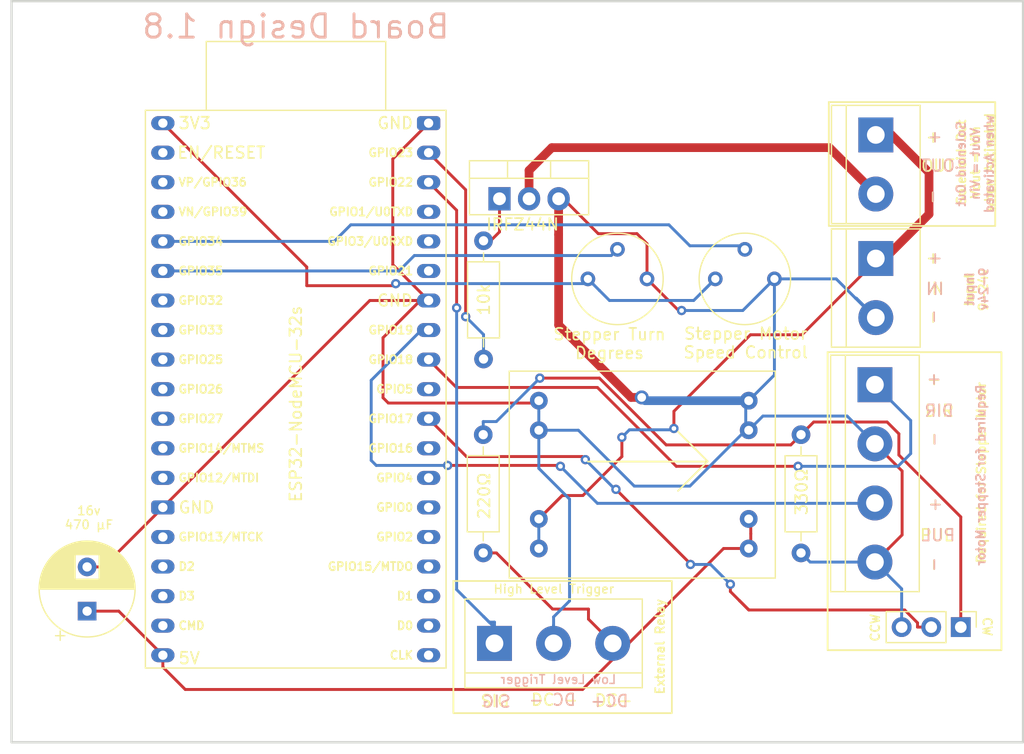
<source format=kicad_pcb>
(kicad_pcb (version 20211014) (generator pcbnew)
  (layers (0 "F.Cu" signal) (31 "B.Cu" signal) (34 "B.Paste" user) (35 "F.Paste" user) (36 "B.SilkS" user "B.Silkscreen") (37 "F.SilkS" user "F.Silkscreen") (38 "B.Mask" user) (39 "F.Mask" user) (44 "Edge.Cuts" user))
  (net 0 "")
  (net 1 "VCC")
  (net 2 "GND")
  (net 3 "DIR")
  (net 4 "PUL")
  (net 5 "+5V")
  (net 6 "Net-(Q1-Pad1)")
  (net 7 "MOSFET_GND")
  (net 8 "SPEED_POT")
  (net 12 "ANGLE_POT")
  (net 31 "Net-(SW1-Pad2)")
  (net 36 "lowActivationPin")
  (net 38 "+3V3")
  (net 39 "highActivationPin")
  (net 40 "Net-(R3-Pad2)")
  (footprint "Capacitor_THT:CP_Radial_D8.0mm_P3.80mm" (layer "F.Cu") (at 65.8876 102.8947 90)
    (fp_text reference "C1" hide)
    (fp_text value "C_Polarized_Small_US")
    (pad "1" thru_hole rect (at 0 0 90) (size 1.6 1.6) (drill 0.8) (layers *.Cu *.Mask) (net 5 "+5V"))
    (pad "2" thru_hole circle (at 3.8 0 90) (size 1.6 1.6) (drill 0.8) (layers *.Cu *.Mask) (net 2 "GND"))
  )
  (footprint "TerminalBlock:TerminalBlock_bornier-3_P5.08mm" (layer "F.Cu") (at 100.8888 105.664)
    (fp_text reference "J5" hide)
    (fp_text value "Screw_Terminal_01x03")
    (pad "1" thru_hole rect (at 0 0) (size 3 3) (drill 1.52) (layers *.Cu *.Mask) (net 36 "lowActivationPin"))
    (pad "2" thru_hole circle (at 5.08 0) (size 3 3) (drill 1.52) (layers *.Cu *.Mask) (net 2 "GND"))
    (pad "3" thru_hole circle (at 10.16 0) (size 3 3) (drill 1.52) (layers *.Cu *.Mask) (net 5 "+5V"))
  )
  (footprint "Package_TO_SOT_THT:TO-220-3_Vertical" (layer "F.Cu") (at 101.3206 67.4624)
    (fp_text reference "Q1" hide)
    (fp_text value "IRFZ44N" (at 1.9812 2.2046) (layer "F.SilkS"))
    (pad "1" thru_hole rect (at 0 0) (size 1.905 2) (drill 1.1) (layers *.Cu *.Mask) (net 6 "Net-(Q1-Pad1)"))
    (pad "2" thru_hole oval (at 2.54 0) (size 1.905 2) (drill 1.1) (layers *.Cu *.Mask) (net 7 "MOSFET_GND"))
    (pad "3" thru_hole oval (at 5.08 0) (size 1.905 2) (drill 1.1) (layers *.Cu *.Mask) (net 2 "GND"))
  )
  (footprint "Converter_DCDC:DCDC_Generic-5v" (layer "F.Cu") (at 114.8588 92.4306)
    (fp_text reference "U2" hide)
    (fp_text value "Generic_5v_Module")
    (pad "1" thru_hole circle (at -10.16 -5.08) (size 1.524 1.524) (drill 0.762) (layers *.Cu *.Mask) (net 2 "GND"))
    (pad "1" thru_hole circle (at -10.16 -7.62) (size 1.524 1.524) (drill 0.762) (layers *.Cu *.Mask) (net 2 "GND"))
    (pad "2" thru_hole circle (at -10.16 2.54) (size 1.524 1.524) (drill 0.762) (layers *.Cu *.Mask) (net 1 "VCC"))
    (pad "2" thru_hole circle (at -10.16 5.08) (size 1.524 1.524) (drill 0.762) (layers *.Cu *.Mask) (net 1 "VCC"))
    (pad "3" thru_hole circle (at 7.874 -5.08) (size 1.524 1.524) (drill 0.762) (layers *.Cu *.Mask) (net 2 "GND"))
    (pad "3" thru_hole circle (at 7.874 -7.62) (size 1.524 1.524) (drill 0.762) (layers *.Cu *.Mask) (net 2 "GND"))
    (pad "4" thru_hole circle (at 7.874 2.54) (size 1.524 1.524) (drill 0.762) (layers *.Cu *.Mask) (net 5 "+5V"))
    (pad "4" thru_hole circle (at 7.874 5.08) (size 1.524 1.524) (drill 0.762) (layers *.Cu *.Mask) (net 5 "+5V"))
  )
  (footprint "TerminalBlock:TerminalBlock_bornier-2_P5.08mm" (layer "F.Cu") (at 133.6548 72.5932 -90)
    (fp_text reference "J2" hide)
    (fp_text value "Screw_Terminal_01x02" hide)
    (pad "1" thru_hole rect (at 0 0 270) (size 3 3) (drill 1.52) (layers *.Cu *.Mask) (net 1 "VCC"))
    (pad "2" thru_hole circle (at 5.08 0 270) (size 3 3) (drill 1.52) (layers *.Cu *.Mask) (net 2 "GND"))
  )
  (footprint "MountingHole:MountingHole_3.2mm_M3" (layer "F.Cu") (at 63.5508 54.9656)
    (fp_text reference "H2" hide)
    (fp_text value "MountingHole")
    (pad "" np_thru_hole circle (at 0 0) (size 3.2 3.2) (drill 3.2) (layers *.Cu *.Mask))
  )
  (footprint "Resistor_THT:R_Axial_DIN0207_L6.3mm_D2.5mm_P10.16mm_Horizontal" (layer "F.Cu") (at 127.2286 87.7316 -90)
    (fp_text reference "R4" hide)
    (fp_text value "330Ω" (at 4.9022 -0.0508 90) (layer "F.SilkS"))
    (pad "1" thru_hole circle (at 0 0 270) (size 1.6 1.6) (drill 0.8) (layers *.Cu *.Mask) (net 40 "Net-(R3-Pad2)"))
    (pad "2" thru_hole oval (at 10.16 0 270) (size 1.6 1.6) (drill 0.8) (layers *.Cu *.Mask) (net 2 "GND"))
  )
  (footprint "TerminalBlock:TerminalBlock_bornier-4_P5.08mm" (layer "F.Cu") (at 133.5786 83.439 -90)
    (fp_text reference "J3" hide)
    (fp_text value "Screw_Terminal_01x04")
    (pad "1" thru_hole rect (at 0 0 270) (size 3 3) (drill 1.52) (layers *.Cu *.Mask) (net 3 "DIR"))
    (pad "2" thru_hole circle (at 5.08 0 270) (size 3 3) (drill 1.52) (layers *.Cu *.Mask) (net 2 "GND"))
    (pad "3" thru_hole circle (at 10.16 0 270) (size 3 3) (drill 1.52) (layers *.Cu *.Mask) (net 4 "PUL"))
    (pad "4" thru_hole circle (at 15.24 0 270) (size 3 3) (drill 1.52) (layers *.Cu *.Mask) (net 2 "GND"))
  )
  (footprint "MountingHole:MountingHole_3.2mm_M3" (layer "F.Cu") (at 139.6492 110.0328)
    (fp_text reference "H1" hide)
    (fp_text value "MountingHole")
    (pad "" np_thru_hole circle (at 0 0) (size 3.2 3.2) (drill 3.2) (layers *.Cu *.Mask))
  )
  (footprint "Potentiometer_THT:Potentiometer_Bourns_3339P_Vertical" (layer "F.Cu") (at 108.9152 74.3458 -90)
    (fp_text reference "RV2" hide)
    (fp_text value "R_Potentiometer_Trim_US")
    (pad "1" thru_hole circle (at 0 0 270) (size 1.26 1.26) (drill 0.7) (layers *.Cu *.Mask) (net 38 "+3V3"))
    (pad "2" thru_hole circle (at -2.54 -2.54 270) (size 1.26 1.26) (drill 0.7) (layers *.Cu *.Mask) (net 12 "ANGLE_POT"))
    (pad "3" thru_hole circle (at 0 -5.08 270) (size 1.26 1.26) (drill 0.7) (layers *.Cu *.Mask) (net 2 "GND"))
  )
  (footprint "Potentiometer_THT:Potentiometer_Bourns_3339P_Vertical" (layer "F.Cu") (at 119.8626 74.3458 -90)
    (fp_text reference "RV1" hide)
    (fp_text value "R_Potentiometer_Trim_US" hide)
    (pad "1" thru_hole circle (at 0 0 270) (size 1.26 1.26) (drill 0.7) (layers *.Cu *.Mask) (net 38 "+3V3"))
    (pad "2" thru_hole circle (at -2.54 -2.54 270) (size 1.26 1.26) (drill 0.7) (layers *.Cu *.Mask) (net 8 "SPEED_POT"))
    (pad "3" thru_hole circle (at 0 -5.08 270) (size 1.26 1.26) (drill 0.7) (layers *.Cu *.Mask) (net 2 "GND"))
  )
  (footprint "ESP32_modules:NodeMCU-32S" (layer "F.Cu") (at 71.12 60.96)
    (fp_text reference "U1" hide)
    (fp_text value "ESP32-NodeMCU-32s" (at 12.70368 24.13272 90) (layer "F.SilkS"))
    (fp_text user "GPIO15/MTDO" (at 22.86 38.1 unlocked) (layer "F.SilkS") (effects (font (size 0.7 0.7)) (justify right)))
    (fp_text user "GPIO33" (at 2.54 17.78 unlocked) (layer "F.SilkS") (effects (font (size 0.7 0.7)) (justify left)))
    (fp_text user "GPIO5" (at 22.86 22.86 unlocked) (layer "F.SilkS") (effects (font (size 0.7 0.7)) (justify right)))
    (fp_text user "GPIO4" (at 22.86 30.48272 unlocked) (layer "F.SilkS") (effects (font (size 0.7 0.7)) (justify right)))
    (fp_text user "VP/GPIO36" (at 2.54 5.08 unlocked) (layer "F.SilkS") (effects (font (size 0.7 0.7)) (justify left)))
    (fp_text user "GPIO12/MTDI" (at 2.54 30.48 unlocked) (layer "F.SilkS") (effects (font (size 0.7 0.7)) (justify left)))
    (fp_text user "GPIO23" (at 22.86 2.54272 unlocked) (layer "F.SilkS") (effects (font (size 0.7 0.7)) (justify right)))
    (fp_text user "GPIO17" (at 22.86 25.4 unlocked) (layer "F.SilkS") (effects (font (size 0.7 0.7)) (justify right)))
    (fp_text user "GPIO16" (at 22.86 27.94 unlocked) (layer "F.SilkS") (effects (font (size 0.7 0.7)) (justify right)))
    (fp_text user "GPIO26" (at 2.54 22.86272 unlocked) (layer "F.SilkS") (effects (font (size 0.7 0.7)) (justify left)))
    (fp_text user "EN/RESET" (at 10.16 2.54 unlocked) (layer "F.SilkS") (effects (justify right)))
    (fp_text user "GND" (at 22.84 15.24272 unlocked) (layer "F.SilkS") (effects (justify right)))
    (fp_text user "3V3" (at 2.54 0 unlocked) (layer "F.SilkS") (effects (justify left)))
    (fp_text user "GPIO0" (at 22.86 33.02272 unlocked) (layer "F.SilkS") (effects (font (size 0.7 0.7)) (justify right)))
    (fp_text user "5V" (at 2.54 45.974 unlocked) (layer "F.SilkS") (effects (justify left)))
    (fp_text user "GPIO22" (at 22.86 5.08272 unlocked) (layer "F.SilkS") (effects (font (size 0.7 0.7)) (justify right)))
    (fp_text user "CMD" (at 2.54 43.18 unlocked) (layer "F.SilkS") (effects (font (size 0.7 0.7)) (justify left)))
    (fp_text user "D1" (at 22.86 40.64 unlocked) (layer "F.SilkS") (effects (font (size 0.7 0.7)) (justify right)))
    (fp_text user "GPIO14/MTMS" (at 2.54 27.94272 unlocked) (layer "F.SilkS") (effects (font (size 0.7 0.7)) (justify left)))
    (fp_text user "CLK" (at 22.86 45.72 unlocked) (layer "F.SilkS") (effects (font (size 0.7 0.7)) (justify right)))
    (fp_text user "GPIO2" (at 22.86 35.56272 unlocked) (layer "F.SilkS") (effects (font (size 0.7 0.7)) (justify right)))
    (fp_text user "GPIO34" (at 2.54 10.16 unlocked) (layer "F.SilkS") (effects (font (size 0.7 0.7)) (justify left)))
    (fp_text user "GPIO25" (at 2.54 20.32 unlocked) (layer "F.SilkS") (effects (font (size 0.7 0.7)) (justify left)))
    (fp_text user "GPIO18" (at 22.86 20.32272 unlocked) (layer "F.SilkS") (effects (font (size 0.7 0.7)) (justify right)))
    (fp_text user "D2" (at 2.54 38.1 unlocked) (layer "F.SilkS") (effects (font (size 0.7 0.7)) (justify left)))
    (fp_text user "GND" (at 2.5454 33.02272 unlocked) (layer "F.SilkS") (effects (justify left)))
    (fp_text user "VN/GPIO39" (at 2.54 7.62 unlocked) (layer "F.SilkS") (effects (font (size 0.7 0.7)) (justify left)))
    (fp_text user "GPIO3/U0RXD" (at 22.86 10.16 unlocked) (layer "F.SilkS") (effects (font (size 0.7 0.7)) (justify right)))
    (fp_text user "GPIO19" (at 22.86 17.78272 unlocked) (layer "F.SilkS") (effects (font (size 0.7 0.7)) (justify right)))
    (fp_text user "GPIO27" (at 2.54 25.40272 unlocked) (layer "F.SilkS") (effects (font (size 0.7 0.7)) (justify left)))
    (fp_text user "GPIO21" (at 22.86 12.7 unlocked) (layer "F.SilkS") (effects (font (size 0.7 0.7)) (justify right)))
    (fp_text user "D3" (at 2.54 40.64 unlocked) (layer "F.SilkS") (effects (font (size 0.7 0.7)) (justify left)))
    (fp_text user "GPIO35" (at 2.54 12.70272 unlocked) (layer "F.SilkS") (effects (font (size 0.7 0.7)) (justify left)))
    (fp_text user "GND" (at 22.86 0 unlocked) (layer "F.SilkS") (effects (justify right)))
    (fp_text user "D0" (at 22.86 43.18272 unlocked) (layer "F.SilkS") (effects (font (size 0.7 0.7)) (justify right)))
    (fp_text user "GPIO32" (at 2.54 15.24 unlocked) (layer "F.SilkS") (effects (font (size 0.7 0.7)) (justify left)))
    (fp_text user "GPIO13/MTCK" (at 2.54 35.56272 unlocked) (layer "F.SilkS") (effects (font (size 0.7 0.7)) (justify left)))
    (fp_text user "GPIO1/U0TXD" (at 22.86 7.62272 unlocked) (layer "F.SilkS") (effects (font (size 0.7 0.7)) (justify right)))
    (pad "1" thru_hole oval (at 1.2754 0.00272 270) (size 1.2 2) (drill 0.8) (layers *.Cu *.Mask) (net 38 "+3V3"))
    (pad "2" thru_hole oval (at 1.2754 2.54272 270) (size 1.2 2) (drill 0.8) (layers *.Cu *.Mask))
    (pad "3" thru_hole oval (at 1.2754 5.08272 270) (size 1.2 2) (drill 0.8) (layers *.Cu *.Mask))
    (pad "4" thru_hole oval (at 1.2754 7.62272 270) (size 1.2 2) (drill 0.8) (layers *.Cu *.Mask))
    (pad "5" thru_hole oval (at 1.2754 10.16272 270) (size 1.2 2) (drill 0.8) (layers *.Cu *.Mask) (net 8 "SPEED_POT"))
    (pad "6" thru_hole oval (at 1.2754 12.70272 270) (size 1.2 2) (drill 0.8) (layers *.Cu *.Mask) (net 12 "ANGLE_POT"))
    (pad "7" thru_hole oval (at 1.2754 15.24272 270) (size 1.2 2) (drill 0.8) (layers *.Cu *.Mask))
    (pad "8" thru_hole oval (at 1.2754 17.78272 270) (size 1.2 2) (drill 0.8) (layers *.Cu *.Mask))
    (pad "9" thru_hole oval (at 1.2754 20.32272 270) (size 1.2 2) (drill 0.8) (layers *.Cu *.Mask))
    (pad "10" thru_hole oval (at 1.2754 22.86272 270) (size 1.2 2) (drill 0.8) (layers *.Cu *.Mask))
    (pad "11" thru_hole oval (at 1.2754 25.40272 270) (size 1.2 2) (drill 0.8) (layers *.Cu *.Mask))
    (pad "12" thru_hole oval (at 1.2754 27.94272 270) (size 1.2 2) (drill 0.8) (layers *.Cu *.Mask))
    (pad "13" thru_hole oval (at 1.2754 30.48272 270) (size 1.2 2) (drill 0.8) (layers *.Cu *.Mask))
    (pad "14" thru_hole roundrect (at 1.2754 33.02272 270) (size 1.2 2) (drill 0.8) (layers *.Cu *.Mask) (net 2 "GND"))
    (pad "15" thru_hole oval (at 1.2754 35.56272 270) (size 1.2 2) (drill 0.8) (layers *.Cu *.Mask))
    (pad "16" thru_hole oval (at 1.2754 38.10272 270) (size 1.2 2) (drill 0.8) (layers *.Cu *.Mask))
    (pad "17" thru_hole oval (at 1.2754 40.64272 270) (size 1.2 2) (drill 0.8) (layers *.Cu *.Mask))
    (pad "18" thru_hole oval (at 1.2754 43.18272 270) (size 1.2 2) (drill 0.8) (layers *.Cu *.Mask))
    (pad "19" thru_hole oval (at 1.2754 45.72272 270) (size 1.2 2) (drill 0.8) (layers *.Cu *.Mask) (net 5 "+5V"))
    (pad "20" thru_hole oval (at 24.10632 45.72 270) (size 1.2 2) (drill 0.8) (layers *.Cu *.Mask))
    (pad "21" thru_hole oval (at 24.10632 43.18 270) (size 1.2 2) (drill 0.8) (layers *.Cu *.Mask))
    (pad "22" thru_hole oval (at 24.11 40.64272 270) (size 1.2 2) (drill 0.8) (layers *.Cu *.Mask))
    (pad "23" thru_hole oval (at 24.11 38.10272 270) (size 1.2 2) (drill 0.8) (layers *.Cu *.Mask))
    (pad "24" thru_hole oval (at 24.11 35.56272 270) (size 1.2 2) (drill 0.8) (layers *.Cu *.Mask))
    (pad "25" thru_hole oval (at 24.11 33.02272 270) (size 1.2 2) (drill 0.8) (layers *.Cu *.Mask))
    (pad "26" thru_hole oval (at 24.11 30.48272 270) (size 1.2 2) (drill 0.8) (layers *.Cu *.Mask))
    (pad "27" thru_hole oval (at 24.11 27.94272 270) (size 1.2 2) (drill 0.8) (layers *.Cu *.Mask))
    (pad "28" thru_hole oval (at 24.11 25.40272 270) (size 1.2 2) (drill 0.8) (layers *.Cu *.Mask) (net 31 "Net-(SW1-Pad2)"))
    (pad "29" thru_hole oval (at 24.11 22.86272 270) (size 1.2 2) (drill 0.8) (layers *.Cu *.Mask))
    (pad "30" thru_hole oval (at 24.11 20.32272 270) (size 1.2 2) (drill 0.8) (layers *.Cu *.Mask) (net 3 "DIR"))
    (pad "31" thru_hole oval (at 24.11 17.78272 270) (size 1.2 2) (drill 0.8) (layers *.Cu *.Mask) (net 4 "PUL"))
    (pad "32" thru_hole oval (at 24.11 15.24272 270) (size 1.2 2) (drill 0.8) (layers *.Cu *.Mask) (net 2 "GND"))
    (pad "33" thru_hole oval (at 24.11 12.70272 270) (size 1.2 2) (drill 0.8) (layers *.Cu *.Mask))
    (pad "34" thru_hole oval (at 24.11 10.16272 270) (size 1.2 2) (drill 0.8) (layers *.Cu *.Mask))
    (pad "35" thru_hole oval (at 24.11 7.62272 270) (size 1.2 2) (drill 0.8) (layers *.Cu *.Mask))
    (pad "36" thru_hole oval (at 24.11 5.08272 270) (size 1.2 2) (drill 0.8) (layers *.Cu *.Mask) (net 36 "lowActivationPin"))
    (pad "37" thru_hole oval (at 24.11 2.54272 270) (size 1.2 2) (drill 0.8) (layers *.Cu *.Mask) (net 39 "highActivationPin"))
    (pad "38" thru_hole roundrect (at 24.11 0.00272 270) (size 1.2 2) (drill 0.8) (layers *.Cu *.Mask) (net 2 "GND"))
  )
  (footprint "Resistor_THT:R_Axial_DIN0207_L6.3mm_D2.5mm_P10.16mm_Horizontal" (layer "F.Cu") (at 99.949 81.2292 90)
    (fp_text reference "R1" hide)
    (fp_text value "10k" (at 5.1054 0.0254 90) (layer "F.SilkS"))
    (pad "1" thru_hole circle (at 0 0 90) (size 1.6 1.6) (drill 0.8) (layers *.Cu *.Mask) (net 39 "highActivationPin"))
    (pad "2" thru_hole oval (at 10.16 0 90) (size 1.6 1.6) (drill 0.8) (layers *.Cu *.Mask) (net 6 "Net-(Q1-Pad1)"))
  )
  (footprint "Resistor_THT:R_Axial_DIN0207_L6.3mm_D2.5mm_P10.16mm_Horizontal" (layer "F.Cu") (at 99.9236 97.8916 90)
    (fp_text reference "R3" hide)
    (fp_text value "220Ω" (at 4.9022 0.0762 90) (layer "F.SilkS"))
    (pad "1" thru_hole circle (at 0 0 90) (size 1.6 1.6) (drill 0.8) (layers *.Cu *.Mask) (net 5 "+5V"))
    (pad "2" thru_hole oval (at 10.16 0 90) (size 1.6 1.6) (drill 0.8) (layers *.Cu *.Mask) (net 40 "Net-(R3-Pad2)"))
  )
  (footprint "TerminalBlock:TerminalBlock_bornier-2_P5.08mm" (layer "F.Cu") (at 133.6548 61.976 -90)
    (fp_text reference "J1" hide)
    (fp_text value "Screw_Terminal_01x02" hide)
    (pad "1" thru_hole rect (at 0 0 270) (size 3 3) (drill 1.52) (layers *.Cu *.Mask) (net 1 "VCC"))
    (pad "2" thru_hole circle (at 5.08 0 270) (size 3 3) (drill 1.52) (layers *.Cu *.Mask) (net 7 "MOSFET_GND"))
  )
  (footprint "MountingHole:MountingHole_3.2mm_M3" (layer "F.Cu") (at 63.5762 110.1344)
    (fp_text reference "H3" hide)
    (fp_text value "MountingHole")
    (pad "" np_thru_hole circle (at 0 0) (size 3.2 3.2) (drill 3.2) (layers *.Cu *.Mask))
  )
  (footprint "MountingHole:MountingHole_3.2mm_M3" (layer "F.Cu") (at 139.8778 54.991)
    (fp_text reference "H4" hide)
    (fp_text value "MountingHole")
    (pad "" np_thru_hole circle (at 0 0) (size 3.2 3.2) (drill 3.2) (layers *.Cu *.Mask))
  )
  (footprint "Connector_PinHeader_2.54mm:PinHeader_1x03_P2.54mm_Vertical" (layer "F.Cu") (at 140.955 104.267 -90)
    (fp_text reference "SW1" hide)
    (fp_text value "SW_DPDT_x2")
    (pad "1" thru_hole rect (at 0 0 270) (size 1.7 1.7) (drill 1) (layers *.Cu *.Mask) (net 40 "Net-(R3-Pad2)"))
    (pad "2" thru_hole oval (at 0 2.54 270) (size 1.7 1.7) (drill 1) (layers *.Cu *.Mask) (net 31 "Net-(SW1-Pad2)"))
    (pad "3" thru_hole oval (at 0 5.08 270) (size 1.7 1.7) (drill 1) (layers *.Cu *.Mask) (net 2 "GND"))
  )
  (gr_line (start 116.6622 87.4776) (end 119.2022 90.0176) (layer "F.SilkS") (width 0.15))
  (gr_line (start 108.9152 90.043) (end 119.0752 90.043) (layer "F.SilkS") (width 0.15))
  (gr_rect (start 129.5146 80.645) (end 144.4498 106.2482) (layer "F.SilkS") (width 0.15) (fill none))
  (gr_rect (start 97.3582 100.3046) (end 116.1288 111.6584) (layer "F.SilkS") (width 0.15) (fill none))
  (gr_line (start 119.2022 90.0176) (end 116.6622 92.5576) (layer "F.SilkS") (width 0.15))
  (gr_rect (start 129.6162 59.1566) (end 143.9164 69.7992) (layer "F.SilkS") (width 0.15) (fill none))
  (gr_rect (start 59.397 50.4825) (end 146.304 114.1603) (layer "Edge.Cuts") (width 0.2) (fill none))
  (gr_text "Low Level Trigger" (at 106.3752 108.7628) (layer "B.SilkS") (effects (font (size 0.75 0.75) (thickness 0.125)) (justify mirror)))
  (gr_text "-" (at 138.6078 98.8822 90) (layer "B.SilkS") (effects (font (size 1 1))))
  (gr_text "Board Design 1.8\n\n\n" (at 83.82 55.88) (layer "B.SilkS") (effects (font (size 2 2) (thickness 0.25)) (justify mirror)))
  (gr_text "-" (at 138.6586 67.2846 -90) (layer "B.SilkS") (effects (font (size 1 1)) (justify mirror)))
  (gr_text "OUT" (at 139.0142 64.6176) (layer "B.SilkS") (effects (font (size 1 1)) (justify mirror)))
  (gr_text "Solenoid Out\nVout = Vin\nwhen Activated" (at 142.1892 64.4652 90) (layer "B.SilkS") (effects (font (size 0.75 0.75)) (justify mirror)))
  (gr_text "PUL\n" (at 139.0396 96.3676) (layer "B.SilkS") (effects (font (size 1 1)) (justify mirror)))
  (gr_text "+" (at 138.8364 72.5932 -90) (layer "B.SilkS") (effects (font (size 1 1))))
  (gr_text "IN" (at 138.7348 75.2094) (layer "B.SilkS") (effects (font (size 1 1)) (justify mirror)))
  (gr_text "DIR" (at 139.0904 85.6742) (layer "B.SilkS") (effects (font (size 1 1)) (justify mirror)))
  (gr_text "+" (at 138.7094 93.7514 90) (layer "B.SilkS") (effects (font (size 1 1))))
  (gr_text "Required for Stepper Motor" (at 142.6718 91.2114 90) (layer "B.SilkS") (effects (font (size 0.75 0.75)) (justify mirror)))
  (gr_text "+" (at 138.5824 82.9818 90) (layer "B.SilkS") (effects (font (size 1 1))))
  (gr_text "SIG" (at 101.0666 110.6678) (layer "B.SilkS") (effects (font (size 1 1)) (justify mirror)))
  (gr_text "DC -\n" (at 105.8672 110.5154) (layer "B.SilkS") (effects (font (size 1 1)) (justify mirror)))
  (gr_text "DC+\n" (at 110.7694 110.617) (layer "B.SilkS") (effects (font (size 1 1)) (justify mirror)))
  (gr_text "-" (at 138.7348 77.597 -90) (layer "B.SilkS") (effects (font (size 1 1))))
  (gr_text "-" (at 138.6332 88.138 90) (layer "B.SilkS") (effects (font (size 1 1))))
  (gr_text "+" (at 138.811 62.1792 -90) (layer "B.SilkS") (effects (font (size 1 1))))
  (gr_text "Input\n9-24v" (at 142.3162 75.2094 90) (layer "B.SilkS") (effects (font (size 0.75 0.75)) (justify mirror)))
  (gr_text "DIR" (at 139.1158 85.678049) (layer "F.SilkS") (effects (font (size 1 1))))
  (gr_text "-" (at 138.5951 88.116449 90) (layer "F.SilkS") (effects (font (size 1 1))))
  (gr_text "OUT" (at 138.9888 64.6176) (layer "F.SilkS") (effects (font (size 1 1))))
  (gr_text "16v\n470 µF" (at 66.04 94.869) (layer "F.SilkS") (effects (font (size 0.75 0.75) (thickness 0.125))))
  (gr_text "IN" (at 138.7475 75.184) (layer "F.SilkS") (effects (font (size 1 1))))
  (gr_text "Input\n9-24v" (at 142.2908 75.2856 90) (layer "F.SilkS") (effects (font (size 0.75 0.75))))
  (gr_text "External Relay" (at 115.1128 105.9434 90) (layer "F.SilkS") (effects (font (size 0.75 0.75))))
  (gr_text "-" (at 138.5824 98.9076 90) (layer "F.SilkS") (effects (font (size 1 1))))
  (gr_text "+" (at 138.6586 62.2046 -90) (layer "F.SilkS") (effects (font (size 1 1))))
  (gr_text "Stepper Turn\nDegrees" (at 110.7694 79.9084) (layer "F.SilkS") (effects (font (size 1 1))))
  (gr_text "-" (at 138.6586 77.6732 -90) (layer "F.SilkS") (effects (font (size 1 1))))
  (gr_text "Solenoid Out\nVout = Vin\nwhen Activated" (at 142.2146 64.3128 90) (layer "F.SilkS") (effects (font (size 0.75 0.75))))
  (gr_text "+" (at 138.701879 93.729849 90) (layer "F.SilkS") (effects (font (size 1 1))))
  (gr_text "SIG" (at 100.9142 110.617) (layer "F.SilkS") (effects (font (size 1 1))))
  (gr_text "DC -\n" (at 106.045 110.5154) (layer "F.SilkS") (effects (font (size 1 1))))
  (gr_text "Stepper Motor\nSpeed Control" (at 122.4788 79.8576) (layer "F.SilkS") (effects (font (size 1 1))))
  (gr_text "DC+\n" (at 111.125 110.5662) (layer "F.SilkS") (effects (font (size 1 1))))
  (gr_text "Required for Stepper Motor" (at 142.7226 90.9828 90) (layer "F.SilkS") (effects (font (size 0.75 0.75))))
  (gr_text "PUL\n" (at 138.8872 96.371449) (layer "F.SilkS") (effects (font (size 1 1))))
  (gr_text "CCW" (at 133.604 104.3178 90) (layer "F.SilkS") (effects (font (size 0.75 0.75))))
  (gr_text "CW" (at 143.2306 104.2162 -90) (layer "F.SilkS") (effects (font (size 0.75 0.75))))
  (gr_text "+" (at 138.5951 83.036449 90) (layer "F.SilkS") (effects (font (size 1 1))))
  (gr_text "-" (at 138.6205 67.2973 -90) (layer "F.SilkS") (effects (font (size 1 1))))
  (gr_text "+" (at 138.6586 72.5932 -90) (layer "F.SilkS") (effects (font (size 1 1))))
  (gr_text "High Level Trigger" (at 105.9942 100.9904) (layer "F.SilkS") (effects (font (size 0.75 0.75) (thickness 0.125))))
  (segment (start 111.836 87.9602) (end 111.836 89.6114) (width 0.25) (layer "F.Cu") (net 1))
  (segment (start 138.227 65.2018) (end 138.227 68.7832) (width 0.75) (layer "F.Cu") (net 1))
  (segment (start 122.885 79.1464) (end 116.307 85.725) (width 0.25) (layer "F.Cu") (net 1))
  (segment (start 135.001 61.976) (end 138.227 65.2018) (width 0.75) (layer "F.Cu") (net 1))
  (segment (start 106.71 92.96) (end 106.709 92.96) (width 0.25) (layer "F.Cu") (net 1))
  (segment (start 106.709 92.96) (end 104.699 94.9706) (width 0.25) (layer "F.Cu") (net 1))
  (segment (start 104.699 94.9706) (end 106.71 92.96) (width 0.25) (layer "F.Cu") (net 1))
  (segment (start 133.655 61.976) (end 135.001 61.976) (width 0.75) (layer "F.Cu") (net 1))
  (segment (start 133.223 73.2282) (end 127.305 79.1464) (width 0.25) (layer "F.Cu") (net 1))
  (segment (start 108.487 92.96) (end 106.71 92.96) (width 0.25) (layer "F.Cu") (net 1))
  (segment (start 127.305 79.1464) (end 122.885 79.1464) (width 0.25) (layer "F.Cu") (net 1))
  (segment (start 138.227 68.7832) (end 134.417 72.5932) (width 0.75) (layer "F.Cu") (net 1))
  (segment (start 111.836 89.6114) (end 108.487 92.96) (width 0.25) (layer "F.Cu") (net 1))
  (segment (start 116.307 85.725) (end 116.307 87.1982) (width 0.25) (layer "F.Cu") (net 1))
  (via (at 116.307 87.1982) (size 0.8) (drill 0.4) (layers "F.Cu" "B.Cu") (net 1))
  (via (at 111.836 87.9602) (size 0.8) (drill 0.4) (layers "F.Cu" "B.Cu") (net 1))
  (segment (start 111.836 87.9602) (end 112.484 87.3127) (width 0.25) (layer "B.Cu") (net 1))
  (segment (start 104.699 96.8409) (end 104.6988 96.8411) (width 0.25) (layer "B.Cu") (net 1))
  (segment (start 104.699 96.8409) (end 104.699 94.9708) (width 0.25) (layer "B.Cu") (net 1))
  (segment (start 104.6988 96.8411) (end 104.6988 97.5106) (width 0.25) (layer "B.Cu") (net 1))
  (segment (start 104.699 97.2726) (end 104.699 96.8409) (width 0.25) (layer "B.Cu") (net 1))
  (segment (start 116.192 87.3127) (end 116.307 87.1982) (width 0.25) (layer "B.Cu") (net 1))
  (segment (start 112.484 87.3127) (end 116.192 87.3127) (width 0.25) (layer "B.Cu") (net 1))
  (segment (start 134.7468 97.5108) (end 133.5786 98.679) (width 0.25) (layer "F.Cu") (net 2))
  (segment (start 106.401 67.4624) (end 106.401 70.5391) (width 0.75) (layer "F.Cu") (net 2))
  (segment (start 91.7702 85.0138) (end 91.313 84.5566) (width 0.25) (layer "F.Cu") (net 2))
  (segment (start 67.2835 99.0947) (end 72.3954 93.9827) (width 0.25) (layer "F.Cu") (net 2))
  (segment (start 113.995 74.3458) (end 116.713 77.0636) (width 0.25) (layer "F.Cu") (net 2))
  (segment (start 135.915 96.3426) (end 134.747 97.5108) (width 0.25) (layer "F.Cu") (net 2))
  (segment (start 94.5107 76.2027) (end 93.9049 76.2027) (width 0.25) (layer "F.Cu") (net 2))
  (segment (start 109.804 70.4596) (end 113.132 70.4596) (width 0.25) (layer "F.Cu") (net 2))
  (segment (start 133.579 88.519) (end 135.915 90.8554) (width 0.25) (layer "F.Cu") (net 2))
  (segment (start 91.313 79.4004) (end 94.5107 76.2027) (width 0.25) (layer "F.Cu") (net 2))
  (segment (start 95.23 60.9627) (end 92.1512 64.0415) (width 0.25) (layer "F.Cu") (net 2))
  (segment (start 106.401 70.5391) (end 106.4006 70.5387) (width 0.25) (layer "F.Cu") (net 2))
  (segment (start 116.713 77.0636) (end 116.967 77.0636) (width 0.25) (layer "F.Cu") (net 2))
  (segment (start 93.9049 76.2027) (end 90.1754 76.2027) (width 0.25) (layer "F.Cu") (net 2))
  (segment (start 90.1754 76.2027) (end 72.3954 93.9827) (width 0.25) (layer "F.Cu") (net 2))
  (segment (start 134.747 97.5108) (end 133.579 98.679) (width 0.25) (layer "F.Cu") (net 2))
  (segment (start 113.995 71.3226) (end 113.995 74.3429) (width 0.25) (layer "F.Cu") (net 2))
  (segment (start 106.807 67.4624) (end 109.804 70.4596) (width 0.25) (layer "F.Cu") (net 2))
  (segment (start 106.401 70.5391) (end 106.401 78.3082) (width 0.75) (layer "F.Cu") (net 2))
  (segment (start 104.496 85.0138) (end 91.7702 85.0138) (width 0.25) (layer "F.Cu") (net 2))
  (segment (start 112.624 84.5312) (end 113.538 84.5312) (width 0.75) (layer "F.Cu") (net 2))
  (segment (start 91.313 84.5566) (end 91.313 79.4004) (width 0.25) (layer "F.Cu") (net 2))
  (segment (start 113.132 70.4596) (end 113.995 71.3226) (width 0.25) (layer "F.Cu") (net 2))
  (segment (start 92.1512 64.0415) (end 92.1512 73.1239) (width 0.25) (layer "F.Cu") (net 2))
  (segment (start 134.747 97.5108) (end 134.7468 97.5108) (width 0.25) (layer "F.Cu") (net 2))
  (segment (start 92.1512 73.1239) (end 95.23 76.2027) (width 0.25) (layer "F.Cu") (net 2))
  (segment (start 106.401 78.3082) (end 112.624 84.5312) (width 0.75) (layer "F.Cu") (net 2))
  (segment (start 95.23 76.2027) (end 93.9049 76.2027) (width 0.25) (layer "F.Cu") (net 2))
  (segment (start 106.4006 70.5387) (end 106.4006 67.4624) (width 0.25) (layer "F.Cu") (net 2))
  (segment (start 135.915 90.8554) (end 135.915 96.3426) (width 0.25) (layer "F.Cu") (net 2))
  (segment (start 65.8876 99.0947) (end 67.2835 99.0947) (width 0.25) (layer "F.Cu") (net 2))
  (via (at 116.967 77.0636) (size 0.8) (drill 0.4) (layers "F.Cu" "B.Cu") (net 2))
  (via (at 113.538 84.5312) (size 1.2) (drill 0.75) (layers "F.Cu" "B.Cu") (net 2))
  (segment (start 112.903 92.1512) (end 117.678 92.1512) (width 0.25) (layer "B.Cu") (net 2))
  (segment (start 104.699 84.8106) (end 104.699 87.3506) (width 0.25) (layer "B.Cu") (net 2))
  (segment (start 105.969 104.101) (end 105.969 103.39) (width 0.25) (layer "B.Cu") (net 2))
  (segment (start 128.016 98.679) (end 127.622 98.2853) (width 0.25) (layer "B.Cu") (net 2))
  (segment (start 113.538 84.5312) (end 113.817 84.8106) (width 0.25) (layer "B.Cu") (net 2))
  (segment (start 116.967 77.0636) (end 122.225 77.0636) (width 0.25) (layer "B.Cu") (net 2))
  (segment (start 122.225 77.0636) (end 124.943 74.346) (width 0.25) (layer "B.Cu") (net 2))
  (segment (start 124.943 74.346) (end 124.943 82.6004) (width 0.25) (layer "B.Cu") (net 2))
  (segment (start 124.943 82.6004) (end 122.86 84.6836) (width 0.25) (layer "B.Cu") (net 2))
  (segment (start 105.9688 104.1012) (end 105.9688 105.664) (width 0.25) (layer "B.Cu") (net 2))
  (segment (start 104.699 90.6272) (end 104.699 87.3507) (width 0.25) (layer "B.Cu") (net 2))
  (segment (start 133.5786 98.679) (end 128.016 98.679) (width 0.25) (layer "B.Cu") (net 2))
  (segment (start 133.5789 88.5187) (end 131.192 86.1314) (width 0.25) (layer "B.Cu") (net 2))
  (segment (start 122.479 87.3506) (end 122.479 84.8866) (width 0.25) (layer "B.Cu") (net 2))
  (segment (start 107.34 93.2688) (end 104.699 90.6272) (width 0.25) (layer "B.Cu") (net 2))
  (segment (start 113.817 84.8106) (end 122.555 84.8106) (width 0.75) (layer "B.Cu") (net 2))
  (segment (start 105.969 103.39) (end 107.34 102.018) (width 0.25) (layer "B.Cu") (net 2))
  (segment (start 104.699 87.3506) (end 108.102 87.3506) (width 0.25) (layer "B.Cu") (net 2))
  (segment (start 131.192 86.1314) (end 123.952 86.1314) (width 0.25) (layer "B.Cu") (net 2))
  (segment (start 107.34 102.018) (end 107.34 93.2688) (width 0.25) (layer "B.Cu") (net 2))
  (segment (start 131.915 76.0094) (end 130.251 74.3458) (width 0.25) (layer "B.Cu") (net 2))
  (segment (start 133.579 77.673) (end 131.915 76.0094) (width 0.25) (layer "B.Cu") (net 2))
  (segment (start 108.102 87.3506) (end 112.903 92.1512) (width 0.25) (layer "B.Cu") (net 2))
  (segment (start 131.915 76.0094) (end 131.991 76.0094) (width 0.25) (layer "B.Cu") (net 2))
  (segment (start 135.875 100.975) (end 133.579 98.679) (width 0.25) (layer "B.Cu") (net 2))
  (segment (start 135.875 104.267) (end 135.875 100.975) (width 0.25) (layer "B.Cu") (net 2))
  (segment (start 131.991 76.0094) (end 133.6548 77.6732) (width 0.25) (layer "B.Cu") (net 2))
  (segment (start 130.251 74.3458) (end 124.9432 74.3458) (width 0.25) (layer "B.Cu") (net 2))
  (segment (start 105.969 104.812) (end 105.969 104.101) (width 0.25) (layer "B.Cu") (net 2))
  (segment (start 105.969 104.101) (end 105.9688 104.1012) (width 0.25) (layer "B.Cu") (net 2))
  (segment (start 117.678 92.1512) (end 122.479 87.3506) (width 0.25) (layer "B.Cu") (net 2))
  (segment (start 123.952 86.1314) (end 122.733 87.3506) (width 0.25) (layer "B.Cu") (net 2))
  (segment (start 116.51 90.4494) (end 126.975 90.4494) (width 0.25) (layer "F.Cu") (net 3))
  (segment (start 97.6214 83.6741) (end 109.734 83.6741) (width 0.25) (layer "F.Cu") (net 3))
  (segment (start 109.734 83.6741) (end 116.51 90.4494) (width 0.25) (layer "F.Cu") (net 3))
  (segment (start 95.23 81.2827) (end 97.6214 83.6741) (width 0.25) (layer "F.Cu") (net 3))
  (via (at 126.975 90.4494) (size 0.8) (drill 0.4) (layers "F.Cu" "B.Cu") (net 3))
  (segment (start 126.975 90.4494) (end 135.56 90.4494) (width 0.25) (layer "B.Cu") (net 3))
  (segment (start 135.56 90.4494) (end 136.652 89.3572) (width 0.25) (layer "B.Cu") (net 3))
  (segment (start 136.652 89.3572) (end 136.652 86.5124) (width 0.25) (layer "B.Cu") (net 3))
  (segment (start 136.652 86.5124) (end 133.579 83.439) (width 0.25) (layer "B.Cu") (net 3))
  (segment (start 96.8631 90.3732) (end 106.477 90.3732) (width 0.25) (layer "F.Cu") (net 4))
  (segment (start 106.477 90.3732) (end 106.553 90.4494) (width 0.25) (layer "F.Cu") (net 4))
  (via (at 106.553 90.4494) (size 0.8) (drill 0.4) (layers "F.Cu" "B.Cu") (net 4))
  (via (at 96.8631 90.3732) (size 0.8) (drill 0.4) (layers "F.Cu" "B.Cu") (net 4))
  (segment (start 106.553 90.4494) (end 109.734 93.6305) (width 0.25) (layer "B.Cu") (net 4))
  (segment (start 90.297 83.058) (end 90.297 89.9414) (width 0.25) (layer "B.Cu") (net 4))
  (segment (start 90.297 89.9414) (end 90.7288 90.3732) (width 0.25) (layer "B.Cu") (net 4))
  (segment (start 90.7288 90.3732) (end 96.8631 90.3732) (width 0.25) (layer "B.Cu") (net 4))
  (segment (start 94.6123 78.7427) (end 90.297 83.058) (width 0.25) (layer "B.Cu") (net 4))
  (segment (start 109.734 93.6305) (end 133.547 93.6305) (width 0.25) (layer "B.Cu") (net 4))
  (segment (start 122.479 97.5106) (end 120.574 97.5106) (width 0.25) (layer "F.Cu") (net 5))
  (segment (start 105.881 102.718) (end 101.055 97.8916) (width 0.25) (layer "F.Cu") (net 5))
  (segment (start 120.574 97.5106) (end 112.42 105.664) (width 0.25) (layer "F.Cu") (net 5))
  (segment (start 72.3954 107.701) (end 72.3954 106.683) (width 0.25) (layer "F.Cu") (net 5))
  (segment (start 122.911 95.4024) (end 122.911 96.2406) (width 0.25) (layer "F.Cu") (net 5))
  (segment (start 122.911 96.2406) (end 122.911 97.0788) (width 0.25) (layer "F.Cu") (net 5))
  (segment (start 68.6073 102.895) (end 65.8879 102.895) (width 0.25) (layer "F.Cu") (net 5))
  (segment (start 111.0488 105.6638) (end 108.966 103.581) (width 0.25) (layer "F.Cu") (net 5))
  (segment (start 101.055 97.8916) (end 99.9236 97.8916) (width 0.25) (layer "F.Cu") (net 5))
  (segment (start 72.3953 106.6829) (end 68.6073 102.895) (width 0.25) (layer "F.Cu") (net 5))
  (segment (start 108.966 102.718) (end 105.881 102.718) (width 0.25) (layer "F.Cu") (net 5))
  (segment (start 108.458 109.626) (end 74.3204 109.626) (width 0.25) (layer "F.Cu") (net 5))
  (segment (start 108.966 103.581) (end 108.966 102.718) (width 0.25) (layer "F.Cu") (net 5))
  (segment (start 111.734 106.35) (end 108.458 109.626) (width 0.25) (layer "F.Cu") (net 5))
  (segment (start 74.3204 109.626) (end 72.3954 107.701) (width 0.25) (layer "F.Cu") (net 5))
  (segment (start 101.321 69.24) (end 101.321 68.1736) (width 0.25) (layer "F.Cu") (net 6))
  (segment (start 101.321 69.2404) (end 101.321 69.24) (width 0.25) (layer "F.Cu") (net 6))
  (segment (start 101.321 70.3072) (end 101.321 69.2404) (width 0.25) (layer "F.Cu") (net 6))
  (segment (start 100.533 71.0946) (end 101.321 70.3072) (width 0.25) (layer "F.Cu") (net 6))
  (segment (start 104.369 66.7334) (end 103.8606 67.2418) (width 0.25) (layer "F.Cu") (net 7))
  (segment (start 129.667 63.0682) (end 133.6548 67.056) (width 0.75) (layer "F.Cu") (net 7))
  (segment (start 103.8606 67.4624) (end 103.8606 65.024) (width 0.75) (layer "F.Cu") (net 7))
  (segment (start 103.8606 65.024) (end 105.8164 63.0682) (width 0.75) (layer "F.Cu") (net 7))
  (segment (start 105.8164 63.0682) (end 129.667 63.0682) (width 0.75) (layer "F.Cu") (net 7))
  (segment (start 104.369 66.9697) (end 104.369 66.7334) (width 0.25) (layer "F.Cu") (net 7))
  (segment (start 88.5444 69.6976) (end 115.875 69.6976) (width 0.25) (layer "B.Cu") (net 8))
  (segment (start 87.1193 71.1227) (end 88.5444 69.6976) (width 0.25) (layer "B.Cu") (net 8))
  (segment (start 115.9 69.723) (end 117.678 71.501) (width 0.25) (layer "B.Cu") (net 8))
  (segment (start 72.3954 71.1227) (end 87.1193 71.1227) (width 0.25) (layer "B.Cu") (net 8))
  (segment (start 115.875 69.6976) (end 115.9 69.723) (width 0.25) (layer "B.Cu") (net 8))
  (segment (start 117.678 71.501) (end 122.0978 71.501) (width 0.25) (layer "B.Cu") (net 8))
  (segment (start 94.0054 72.3392) (end 92.6819 73.6627) (width 0.25) (layer "B.Cu") (net 12))
  (segment (start 92.6819 73.6627) (end 72.3954 73.6627) (width 0.25) (layer "B.Cu") (net 12))
  (segment (start 111.188 72.0725) (end 110.922 72.3392) (width 0.25) (layer "B.Cu") (net 12))
  (segment (start 110.922 72.3392) (end 94.0054 72.3392) (width 0.25) (layer "B.Cu") (net 12))
  (segment (start 122.694 102.744) (end 122.718 102.769) (width 0.25) (layer "F.Cu") (net 31))
  (segment (start 111.328 92.4306) (end 117.729 98.8314) (width 0.25) (layer "F.Cu") (net 31))
  (segment (start 122.743 102.794) (end 121.95 102.002) (width 0.25) (layer "F.Cu") (net 31))
  (segment (start 138.415 104.267) (end 137.24 104.267) (width 0.25) (layer "F.Cu") (net 31))
  (segment (start 95.23 86.3627) (end 98.4785 89.6112) (width 0.25) (layer "F.Cu") (net 31))
  (segment (start 121.158 101.209) (end 121.95 102.002) (width 0.25) (layer "F.Cu") (net 31))
  (segment (start 108.433 89.6112) (end 108.698 89.8763) (width 0.25) (layer "F.Cu") (net 31))
  (segment (start 137.24 104.267) (end 137.24 103.9) (width 0.25) (layer "F.Cu") (net 31))
  (segment (start 136.134 102.794) (end 122.743 102.794) (width 0.25) (layer "F.Cu") (net 31))
  (segment (start 121.95 102.002) (end 121.951 102.002) (width 0.25) (layer "F.Cu") (net 31))
  (segment (start 121.158 100.584) (end 121.158 101.209) (width 0.25) (layer "F.Cu") (net 31))
  (segment (start 137.24 103.9) (end 136.134 102.794) (width 0.25) (layer "F.Cu") (net 31))
  (segment (start 117.729 98.8314) (end 117.729 98.8822) (width 0.25) (layer "F.Cu") (net 31))
  (segment (start 98.4785 89.6112) (end 108.433 89.6112) (width 0.25) (layer "F.Cu") (net 31))
  (segment (start 122.644 102.695) (end 122.694 102.744) (width 0.25) (layer "F.Cu") (net 31))
  (segment (start 121.951 102.002) (end 122.644 102.695) (width 0.25) (layer "F.Cu") (net 31))
  (segment (start 122.718 102.769) (end 122.743 102.794) (width 0.25) (layer "F.Cu") (net 31))
  (via (at 108.698 89.8763) (size 0.8) (drill 0.4) (layers "F.Cu" "B.Cu") (net 31))
  (via (at 111.328 92.4306) (size 0.8) (drill 0.4) (layers "F.Cu" "B.Cu") (net 31))
  (via (at 117.729 98.8822) (size 0.8) (drill 0.4) (layers "F.Cu" "B.Cu") (net 31))
  (via (at 121.158 100.584) (size 0.8) (drill 0.4) (layers "F.Cu" "B.Cu") (net 31))
  (segment (start 111.252 92.4306) (end 111.328 92.4306) (width 0.25) (layer "B.Cu") (net 31))
  (segment (start 119.456 98.8822) (end 121.158 100.584) (width 0.25) (layer "B.Cu") (net 31))
  (segment (start 117.729 98.8822) (end 119.456 98.8822) (width 0.25) (layer "B.Cu") (net 31))
  (segment (start 108.698 89.8763) (end 111.252 92.4306) (width 0.25) (layer "B.Cu") (net 31))
  (segment (start 95.23 66.0427) (end 97.6376 68.4503) (width 0.25) (layer "F.Cu") (net 36))
  (segment (start 97.6376 68.4503) (end 97.6376 76.835) (width 0.25) (layer "F.Cu") (net 36))
  (via (at 97.6376 76.835) (size 0.8) (drill 0.4) (layers "F.Cu" "B.Cu") (net 36))
  (segment (start 99.9488 103.352) (end 100.435 103.839) (width 0.25) (layer "B.Cu") (net 36))
  (segment (start 99.9488 103.352) (end 100.436 103.839) (width 0.25) (layer "B.Cu") (net 36))
  (segment (start 100.889 103.839) (end 100.889 104.4095) (width 0.25) (layer "B.Cu") (net 36))
  (segment (start 97.6376 76.835) (end 97.6376 101.041) (width 0.25) (layer "B.Cu") (net 36))
  (segment (start 100.436 103.839) (end 100.889 103.839) (width 0.25) (layer "B.Cu") (net 36))
  (segment (start 97.6376 101.041) (end 99.9488 103.352) (width 0.25) (layer "B.Cu") (net 36))
  (segment (start 100.436 103.839) (end 102.26 105.664) (width 0.25) (layer "B.Cu") (net 36))
  (segment (start 100.435 103.839) (end 100.436 103.839) (width 0.25) (layer "B.Cu") (net 36))
  (segment (start 92.2274 74.93) (end 92.4052 74.7522) (width 0.25) (layer "F.Cu") (net 38))
  (segment (start 72.3954 60.9627) (end 84.7598 73.3271) (width 0.25) (layer "F.Cu") (net 38))
  (segment (start 84.7598 73.3271) (end 84.7598 74.93) (width 0.25) (layer "F.Cu") (net 38))
  (segment (start 84.7598 74.93) (end 92.2274 74.93) (width 0.25) (layer "F.Cu") (net 38))
  (via (at 92.4052 74.7522) (size 0.8) (drill 0.4) (layers "F.Cu" "B.Cu") (net 38))
  (segment (start 109.166 74.5969) (end 109.417 74.848) (width 0.25) (layer "B.Cu") (net 38))
  (segment (start 118.9355 75.273) (end 119.863 74.346) (width 0.25) (layer "B.Cu") (net 38))
  (segment (start 118.008 76.2) (end 118.9355 75.273) (width 0.25) (layer "B.Cu") (net 38))
  (segment (start 109.417 74.848) (end 109.92 75.3503) (width 0.25) (layer "B.Cu") (net 38))
  (segment (start 118.9355 75.273) (end 119.8626 74.3459) (width 0.25) (layer "B.Cu") (net 38))
  (segment (start 108.509 74.7522) (end 108.712 74.549) (width 0.25) (layer "B.Cu") (net 38))
  (segment (start 109.92 75.3503) (end 109.92 75.351) (width 0.25) (layer "B.Cu") (net 38))
  (segment (start 110.769 76.2) (end 118.008 76.2) (width 0.25) (layer "B.Cu") (net 38))
  (segment (start 109.92 75.351) (end 110.769 76.2) (width 0.25) (layer "B.Cu") (net 38))
  (segment (start 92.4052 74.7522) (end 108.509 74.7522) (width 0.25) (layer "B.Cu") (net 38))
  (segment (start 98.4121 66.6875) (end 98.4121 77.5905) (width 0.25) (layer "F.Cu") (net 39))
  (segment (start 95.23 63.5054) (end 98.4121 66.6875) (width 0.25) (layer "F.Cu") (net 39))
  (via (at 98.4121 77.5905) (size 0.8) (drill 0.4) (layers "F.Cu" "B.Cu") (net 39))
  (segment (start 99.949 79.1274) (end 99.949 81.2292) (width 0.25) (layer "B.Cu") (net 39))
  (segment (start 98.4121 77.5905) (end 99.949 79.1274) (width 0.25) (layer "B.Cu") (net 39))
  (segment (start 126.35 88.6101) (end 127.229 87.7316) (width 0.25) (layer "F.Cu") (net 40))
  (segment (start 109.904 82.8714) (end 115.643 88.6101) (width 0.25) (layer "F.Cu") (net 40))
  (segment (start 127.229 87.7316) (end 128.316 86.6445) (width 0.25) (layer "F.Cu") (net 40))
  (segment (start 115.643 88.6101) (end 126.35 88.6101) (width 0.25) (layer "F.Cu") (net 40))
  (segment (start 140.955 94.7973) (end 140.955 104.267) (width 0.25) (layer "F.Cu") (net 40))
  (segment (start 135.636 87.6554) (end 135.636 89.4783) (width 0.25) (layer "F.Cu") (net 40))
  (segment (start 104.784 82.8714) (end 109.904 82.8714) (width 0.25) (layer "F.Cu") (net 40))
  (segment (start 134.6251 86.6445) (end 135.636 87.6554) (width 0.25) (layer "F.Cu") (net 40))
  (segment (start 135.636 89.4783) (end 140.955 94.7973) (width 0.25) (layer "F.Cu") (net 40))
  (segment (start 128.316 86.6445) (end 134.6251 86.6445) (width 0.25) (layer "F.Cu") (net 40))
  (via (at 104.784 82.8714) (size 0.8) (drill 0.4) (layers "F.Cu" "B.Cu") (net 40))
  (segment (start 104.784 82.8714) (end 101.049 86.6065) (width 0.25) (layer "B.Cu") (net 40))
  (segment (start 99.9236 86.6065) (end 99.9236 87.7316) (width 0.25) (layer "B.Cu") (net 40))
  (segment (start 101.049 86.6065) (end 99.9236 86.6065) (width 0.25) (layer "B.Cu") (net 40))
)
</source>
